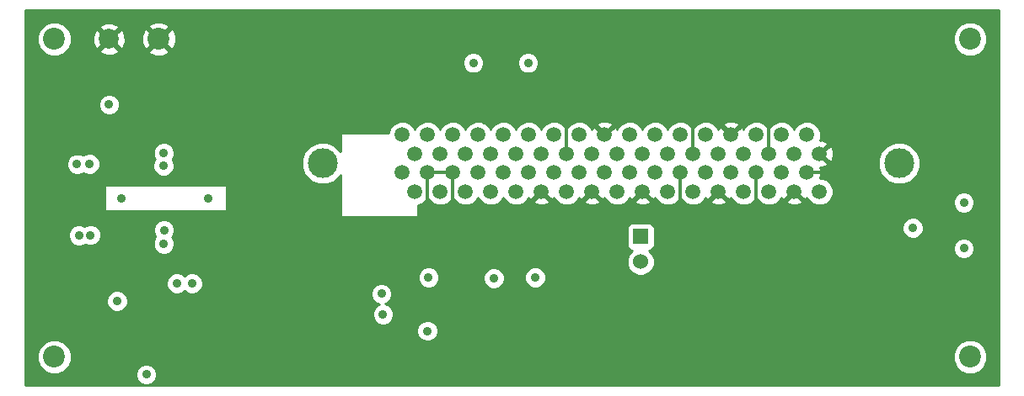
<source format=gbr>
G04 (created by PCBNEW (2013-jul-07)-stable) date Fri 02 May 2014 03:08:32 PM CDT*
%MOIN*%
G04 Gerber Fmt 3.4, Leading zero omitted, Abs format*
%FSLAX34Y34*%
G01*
G70*
G90*
G04 APERTURE LIST*
%ADD10C,0.00590551*%
%ADD11C,0.0590551*%
%ADD12C,0.11811*%
%ADD13R,0.06X0.06*%
%ADD14C,0.06*%
%ADD15C,0.0787402*%
%ADD16C,0.0866142*%
%ADD17C,0.035*%
%ADD18C,0.011811*%
%ADD19C,0.01*%
G04 APERTURE END LIST*
G54D10*
G54D11*
X51525Y-29750D03*
X51525Y-31250D03*
X51025Y-29000D03*
X51025Y-30500D03*
X50525Y-29750D03*
X50525Y-31250D03*
X50025Y-29000D03*
X50025Y-30500D03*
X49525Y-29750D03*
X49525Y-31250D03*
X49025Y-29000D03*
X49025Y-30500D03*
X48525Y-29750D03*
X48525Y-31250D03*
X48025Y-29000D03*
X48025Y-30500D03*
X47525Y-29750D03*
X47525Y-31250D03*
X47025Y-29000D03*
X47025Y-30500D03*
X46525Y-29750D03*
X46525Y-31250D03*
X46025Y-29000D03*
X46025Y-30500D03*
X45525Y-29750D03*
X45525Y-31250D03*
X45025Y-29000D03*
X45025Y-30500D03*
X44525Y-29750D03*
X44525Y-31250D03*
X44025Y-29000D03*
X44025Y-30500D03*
X43525Y-29750D03*
X43525Y-31250D03*
X43025Y-29000D03*
X43025Y-30500D03*
X42525Y-29750D03*
X42525Y-31250D03*
X42025Y-29000D03*
X42025Y-30500D03*
X41525Y-29750D03*
X41525Y-31250D03*
X41025Y-29000D03*
X41025Y-30500D03*
X40525Y-29750D03*
X40525Y-31250D03*
X40025Y-29000D03*
X40025Y-30500D03*
X39525Y-29750D03*
X39525Y-31250D03*
X39025Y-29000D03*
X39025Y-30500D03*
X38525Y-29750D03*
X38525Y-31250D03*
X38025Y-29000D03*
X38025Y-30500D03*
X37525Y-29750D03*
X37525Y-31250D03*
X37025Y-29000D03*
X37025Y-30500D03*
X36525Y-29750D03*
X36525Y-31250D03*
X36025Y-29000D03*
X36025Y-30500D03*
X35525Y-29750D03*
X35525Y-31250D03*
X35025Y-29000D03*
X35025Y-30500D03*
G54D12*
X31875Y-30125D03*
X54675Y-30125D03*
G54D13*
X44450Y-33030D03*
G54D14*
X44450Y-34030D03*
G54D15*
X23425Y-25196D03*
G54D16*
X25393Y-25196D03*
X57480Y-25196D03*
X57480Y-37795D03*
X21259Y-37795D03*
X21259Y-25196D03*
G54D17*
X26110Y-34890D03*
X55220Y-32690D03*
X40280Y-34650D03*
X37834Y-26141D03*
X36060Y-34650D03*
X38640Y-34680D03*
X34260Y-36110D03*
X34200Y-35300D03*
X37874Y-36181D03*
X54881Y-33661D03*
X52440Y-34488D03*
X52440Y-33700D03*
X55905Y-37992D03*
X55393Y-37992D03*
X54921Y-37992D03*
X54370Y-37992D03*
X26850Y-38031D03*
X24921Y-35000D03*
X23897Y-33779D03*
X23503Y-33779D03*
X23110Y-33779D03*
X22677Y-33779D03*
X22677Y-31771D03*
X22125Y-31771D03*
X22637Y-31259D03*
X22125Y-31259D03*
X23976Y-29173D03*
X23543Y-29173D03*
X23110Y-29173D03*
X22677Y-29173D03*
X25629Y-27716D03*
X23900Y-31510D03*
X27360Y-31510D03*
X57230Y-31680D03*
X57230Y-33500D03*
X24900Y-38500D03*
X40000Y-26141D03*
X36020Y-36770D03*
X26710Y-34890D03*
X23425Y-27795D03*
X25590Y-29720D03*
X25580Y-30220D03*
X22650Y-30150D03*
X22160Y-30160D03*
X23740Y-35590D03*
X25590Y-33310D03*
X25600Y-32770D03*
X22230Y-32980D03*
X22690Y-32970D03*
G54D18*
X51025Y-30500D02*
X51783Y-30500D01*
X51783Y-30500D02*
X51811Y-30472D01*
X49525Y-29750D02*
X49525Y-28703D01*
X49525Y-28703D02*
X49566Y-28661D01*
X49025Y-30500D02*
X49025Y-31820D01*
X49025Y-31820D02*
X49212Y-32007D01*
X46525Y-29750D02*
X46525Y-28099D01*
X46525Y-28099D02*
X46496Y-28070D01*
X46025Y-30500D02*
X46025Y-31770D01*
X46025Y-31770D02*
X46023Y-31771D01*
X41525Y-29750D02*
X41525Y-28493D01*
X41525Y-28493D02*
X41456Y-28425D01*
X37025Y-30500D02*
X37025Y-31946D01*
X37025Y-31946D02*
X37047Y-31968D01*
X36025Y-30500D02*
X36025Y-31730D01*
X36025Y-31730D02*
X35984Y-31771D01*
X36025Y-30500D02*
X37025Y-30500D01*
G54D10*
G36*
X36101Y-30505D02*
X36030Y-30576D01*
X36025Y-30570D01*
X36019Y-30576D01*
X35948Y-30505D01*
X35954Y-30500D01*
X35948Y-30494D01*
X36019Y-30423D01*
X36025Y-30429D01*
X36030Y-30423D01*
X36101Y-30494D01*
X36095Y-30500D01*
X36101Y-30505D01*
X36101Y-30505D01*
G37*
G54D19*
X36101Y-30505D02*
X36030Y-30576D01*
X36025Y-30570D01*
X36019Y-30576D01*
X35948Y-30505D01*
X35954Y-30500D01*
X35948Y-30494D01*
X36019Y-30423D01*
X36025Y-30429D01*
X36030Y-30423D01*
X36101Y-30494D01*
X36095Y-30500D01*
X36101Y-30505D01*
G54D10*
G36*
X37101Y-30505D02*
X37030Y-30576D01*
X37025Y-30570D01*
X37019Y-30576D01*
X36948Y-30505D01*
X36954Y-30500D01*
X36948Y-30494D01*
X37019Y-30423D01*
X37025Y-30429D01*
X37030Y-30423D01*
X37101Y-30494D01*
X37095Y-30500D01*
X37101Y-30505D01*
X37101Y-30505D01*
G37*
G54D19*
X37101Y-30505D02*
X37030Y-30576D01*
X37025Y-30570D01*
X37019Y-30576D01*
X36948Y-30505D01*
X36954Y-30500D01*
X36948Y-30494D01*
X37019Y-30423D01*
X37025Y-30429D01*
X37030Y-30423D01*
X37101Y-30494D01*
X37095Y-30500D01*
X37101Y-30505D01*
G54D10*
G36*
X41601Y-29755D02*
X41530Y-29826D01*
X41525Y-29820D01*
X41519Y-29826D01*
X41448Y-29755D01*
X41454Y-29750D01*
X41448Y-29744D01*
X41519Y-29673D01*
X41525Y-29679D01*
X41530Y-29673D01*
X41601Y-29744D01*
X41595Y-29750D01*
X41601Y-29755D01*
X41601Y-29755D01*
G37*
G54D19*
X41601Y-29755D02*
X41530Y-29826D01*
X41525Y-29820D01*
X41519Y-29826D01*
X41448Y-29755D01*
X41454Y-29750D01*
X41448Y-29744D01*
X41519Y-29673D01*
X41525Y-29679D01*
X41530Y-29673D01*
X41601Y-29744D01*
X41595Y-29750D01*
X41601Y-29755D01*
G54D10*
G36*
X46101Y-30505D02*
X46030Y-30576D01*
X46025Y-30570D01*
X46019Y-30576D01*
X45948Y-30505D01*
X45954Y-30500D01*
X45948Y-30494D01*
X46019Y-30423D01*
X46025Y-30429D01*
X46030Y-30423D01*
X46101Y-30494D01*
X46095Y-30500D01*
X46101Y-30505D01*
X46101Y-30505D01*
G37*
G54D19*
X46101Y-30505D02*
X46030Y-30576D01*
X46025Y-30570D01*
X46019Y-30576D01*
X45948Y-30505D01*
X45954Y-30500D01*
X45948Y-30494D01*
X46019Y-30423D01*
X46025Y-30429D01*
X46030Y-30423D01*
X46101Y-30494D01*
X46095Y-30500D01*
X46101Y-30505D01*
G54D10*
G36*
X46601Y-29755D02*
X46530Y-29826D01*
X46525Y-29820D01*
X46519Y-29826D01*
X46448Y-29755D01*
X46454Y-29750D01*
X46448Y-29744D01*
X46519Y-29673D01*
X46525Y-29679D01*
X46530Y-29673D01*
X46601Y-29744D01*
X46595Y-29750D01*
X46601Y-29755D01*
X46601Y-29755D01*
G37*
G54D19*
X46601Y-29755D02*
X46530Y-29826D01*
X46525Y-29820D01*
X46519Y-29826D01*
X46448Y-29755D01*
X46454Y-29750D01*
X46448Y-29744D01*
X46519Y-29673D01*
X46525Y-29679D01*
X46530Y-29673D01*
X46601Y-29744D01*
X46595Y-29750D01*
X46601Y-29755D01*
G54D10*
G36*
X49101Y-30505D02*
X49030Y-30576D01*
X49025Y-30570D01*
X49019Y-30576D01*
X48948Y-30505D01*
X48954Y-30500D01*
X48948Y-30494D01*
X49019Y-30423D01*
X49025Y-30429D01*
X49030Y-30423D01*
X49101Y-30494D01*
X49095Y-30500D01*
X49101Y-30505D01*
X49101Y-30505D01*
G37*
G54D19*
X49101Y-30505D02*
X49030Y-30576D01*
X49025Y-30570D01*
X49019Y-30576D01*
X48948Y-30505D01*
X48954Y-30500D01*
X48948Y-30494D01*
X49019Y-30423D01*
X49025Y-30429D01*
X49030Y-30423D01*
X49101Y-30494D01*
X49095Y-30500D01*
X49101Y-30505D01*
G54D10*
G36*
X49601Y-29755D02*
X49530Y-29826D01*
X49525Y-29820D01*
X49519Y-29826D01*
X49448Y-29755D01*
X49454Y-29750D01*
X49448Y-29744D01*
X49519Y-29673D01*
X49525Y-29679D01*
X49530Y-29673D01*
X49601Y-29744D01*
X49595Y-29750D01*
X49601Y-29755D01*
X49601Y-29755D01*
G37*
G54D19*
X49601Y-29755D02*
X49530Y-29826D01*
X49525Y-29820D01*
X49519Y-29826D01*
X49448Y-29755D01*
X49454Y-29750D01*
X49448Y-29744D01*
X49519Y-29673D01*
X49525Y-29679D01*
X49530Y-29673D01*
X49601Y-29744D01*
X49595Y-29750D01*
X49601Y-29755D01*
G54D10*
G36*
X51101Y-30505D02*
X51030Y-30576D01*
X51025Y-30570D01*
X51019Y-30576D01*
X50948Y-30505D01*
X50954Y-30500D01*
X50948Y-30494D01*
X51019Y-30423D01*
X51025Y-30429D01*
X51030Y-30423D01*
X51101Y-30494D01*
X51095Y-30500D01*
X51101Y-30505D01*
X51101Y-30505D01*
G37*
G54D19*
X51101Y-30505D02*
X51030Y-30576D01*
X51025Y-30570D01*
X51019Y-30576D01*
X50948Y-30505D01*
X50954Y-30500D01*
X50948Y-30494D01*
X51019Y-30423D01*
X51025Y-30429D01*
X51030Y-30423D01*
X51101Y-30494D01*
X51095Y-30500D01*
X51101Y-30505D01*
G54D10*
G36*
X58611Y-38926D02*
X58163Y-38926D01*
X58163Y-37660D01*
X58163Y-25061D01*
X58059Y-24810D01*
X57867Y-24618D01*
X57616Y-24513D01*
X57345Y-24513D01*
X57093Y-24617D01*
X56901Y-24809D01*
X56797Y-25060D01*
X56797Y-25332D01*
X56900Y-25583D01*
X57092Y-25775D01*
X57343Y-25879D01*
X57615Y-25880D01*
X57866Y-25776D01*
X58059Y-25584D01*
X58163Y-25333D01*
X58163Y-25061D01*
X58163Y-37660D01*
X58059Y-37408D01*
X57867Y-37216D01*
X57655Y-37128D01*
X57655Y-33415D01*
X57655Y-31595D01*
X57590Y-31439D01*
X57471Y-31319D01*
X57314Y-31255D01*
X57145Y-31254D01*
X56989Y-31319D01*
X56869Y-31438D01*
X56805Y-31595D01*
X56804Y-31764D01*
X56869Y-31920D01*
X56988Y-32040D01*
X57145Y-32104D01*
X57314Y-32105D01*
X57470Y-32040D01*
X57590Y-31921D01*
X57654Y-31764D01*
X57655Y-31595D01*
X57655Y-33415D01*
X57590Y-33259D01*
X57471Y-33139D01*
X57314Y-33075D01*
X57145Y-33074D01*
X56989Y-33139D01*
X56869Y-33258D01*
X56805Y-33415D01*
X56804Y-33584D01*
X56869Y-33740D01*
X56988Y-33860D01*
X57145Y-33924D01*
X57314Y-33925D01*
X57470Y-33860D01*
X57590Y-33741D01*
X57654Y-33584D01*
X57655Y-33415D01*
X57655Y-37128D01*
X57616Y-37112D01*
X57345Y-37112D01*
X57093Y-37215D01*
X56901Y-37407D01*
X56797Y-37658D01*
X56797Y-37930D01*
X56900Y-38181D01*
X57092Y-38374D01*
X57343Y-38478D01*
X57615Y-38478D01*
X57866Y-38374D01*
X58059Y-38182D01*
X58163Y-37931D01*
X58163Y-37660D01*
X58163Y-38926D01*
X55645Y-38926D01*
X55645Y-32605D01*
X55580Y-32449D01*
X55515Y-32384D01*
X55515Y-29958D01*
X55388Y-29649D01*
X55151Y-29412D01*
X54842Y-29284D01*
X54508Y-29284D01*
X54199Y-29412D01*
X53962Y-29648D01*
X53834Y-29957D01*
X53834Y-30291D01*
X53962Y-30600D01*
X54198Y-30837D01*
X54507Y-30965D01*
X54841Y-30965D01*
X55150Y-30838D01*
X55387Y-30601D01*
X55515Y-30292D01*
X55515Y-29958D01*
X55515Y-32384D01*
X55461Y-32329D01*
X55304Y-32265D01*
X55135Y-32264D01*
X54979Y-32329D01*
X54859Y-32448D01*
X54795Y-32605D01*
X54794Y-32774D01*
X54859Y-32930D01*
X54978Y-33050D01*
X55135Y-33114D01*
X55304Y-33115D01*
X55460Y-33050D01*
X55580Y-32931D01*
X55644Y-32774D01*
X55645Y-32605D01*
X55645Y-38926D01*
X52075Y-38926D01*
X52075Y-29830D01*
X52064Y-29613D01*
X52002Y-29464D01*
X51907Y-29438D01*
X51595Y-29750D01*
X51907Y-30061D01*
X52002Y-30035D01*
X52075Y-29830D01*
X52075Y-38926D01*
X52070Y-38926D01*
X52070Y-31142D01*
X51987Y-30941D01*
X51834Y-30788D01*
X51633Y-30704D01*
X51530Y-30704D01*
X51575Y-30580D01*
X51564Y-30363D01*
X51535Y-30295D01*
X51661Y-30289D01*
X51810Y-30227D01*
X51836Y-30132D01*
X51525Y-29820D01*
X51519Y-29826D01*
X51448Y-29755D01*
X51454Y-29750D01*
X51448Y-29744D01*
X51519Y-29673D01*
X51525Y-29679D01*
X51836Y-29367D01*
X51810Y-29272D01*
X51605Y-29199D01*
X51530Y-29203D01*
X51570Y-29108D01*
X51570Y-28892D01*
X51487Y-28691D01*
X51334Y-28538D01*
X51133Y-28454D01*
X50917Y-28454D01*
X50716Y-28537D01*
X50563Y-28690D01*
X50525Y-28782D01*
X50487Y-28691D01*
X50334Y-28538D01*
X50133Y-28454D01*
X49917Y-28454D01*
X49716Y-28537D01*
X49563Y-28690D01*
X49525Y-28782D01*
X49487Y-28691D01*
X49334Y-28538D01*
X49133Y-28454D01*
X48917Y-28454D01*
X48716Y-28537D01*
X48563Y-28690D01*
X48527Y-28775D01*
X48502Y-28714D01*
X48407Y-28688D01*
X48336Y-28758D01*
X48336Y-28617D01*
X48310Y-28522D01*
X48105Y-28449D01*
X47888Y-28460D01*
X47739Y-28522D01*
X47713Y-28617D01*
X48025Y-28929D01*
X48336Y-28617D01*
X48336Y-28758D01*
X48095Y-29000D01*
X48101Y-29005D01*
X48030Y-29076D01*
X48025Y-29070D01*
X48019Y-29076D01*
X47948Y-29005D01*
X47954Y-29000D01*
X47642Y-28688D01*
X47547Y-28714D01*
X47524Y-28780D01*
X47487Y-28691D01*
X47334Y-28538D01*
X47133Y-28454D01*
X46917Y-28454D01*
X46716Y-28537D01*
X46563Y-28690D01*
X46525Y-28782D01*
X46487Y-28691D01*
X46334Y-28538D01*
X46133Y-28454D01*
X45917Y-28454D01*
X45716Y-28537D01*
X45563Y-28690D01*
X45525Y-28782D01*
X45487Y-28691D01*
X45334Y-28538D01*
X45133Y-28454D01*
X44917Y-28454D01*
X44716Y-28537D01*
X44563Y-28690D01*
X44525Y-28782D01*
X44487Y-28691D01*
X44334Y-28538D01*
X44133Y-28454D01*
X43917Y-28454D01*
X43716Y-28537D01*
X43563Y-28690D01*
X43527Y-28775D01*
X43502Y-28714D01*
X43407Y-28688D01*
X43336Y-28758D01*
X43336Y-28617D01*
X43310Y-28522D01*
X43105Y-28449D01*
X42888Y-28460D01*
X42739Y-28522D01*
X42713Y-28617D01*
X43025Y-28929D01*
X43336Y-28617D01*
X43336Y-28758D01*
X43095Y-29000D01*
X43101Y-29005D01*
X43030Y-29076D01*
X43025Y-29070D01*
X43019Y-29076D01*
X42948Y-29005D01*
X42954Y-29000D01*
X42642Y-28688D01*
X42547Y-28714D01*
X42524Y-28780D01*
X42487Y-28691D01*
X42334Y-28538D01*
X42133Y-28454D01*
X41917Y-28454D01*
X41716Y-28537D01*
X41563Y-28690D01*
X41525Y-28782D01*
X41487Y-28691D01*
X41334Y-28538D01*
X41133Y-28454D01*
X40917Y-28454D01*
X40716Y-28537D01*
X40563Y-28690D01*
X40525Y-28782D01*
X40487Y-28691D01*
X40425Y-28628D01*
X40425Y-26057D01*
X40360Y-25901D01*
X40241Y-25781D01*
X40084Y-25716D01*
X39915Y-25716D01*
X39759Y-25781D01*
X39639Y-25900D01*
X39575Y-26056D01*
X39574Y-26225D01*
X39639Y-26382D01*
X39758Y-26501D01*
X39915Y-26566D01*
X40084Y-26566D01*
X40240Y-26502D01*
X40360Y-26382D01*
X40424Y-26226D01*
X40425Y-26057D01*
X40425Y-28628D01*
X40334Y-28538D01*
X40133Y-28454D01*
X39917Y-28454D01*
X39716Y-28537D01*
X39563Y-28690D01*
X39525Y-28782D01*
X39487Y-28691D01*
X39334Y-28538D01*
X39133Y-28454D01*
X38917Y-28454D01*
X38716Y-28537D01*
X38563Y-28690D01*
X38525Y-28782D01*
X38487Y-28691D01*
X38334Y-28538D01*
X38259Y-28507D01*
X38259Y-26057D01*
X38195Y-25901D01*
X38075Y-25781D01*
X37919Y-25716D01*
X37750Y-25716D01*
X37594Y-25781D01*
X37474Y-25900D01*
X37409Y-26056D01*
X37409Y-26225D01*
X37474Y-26382D01*
X37593Y-26501D01*
X37749Y-26566D01*
X37918Y-26566D01*
X38075Y-26502D01*
X38194Y-26382D01*
X38259Y-26226D01*
X38259Y-26057D01*
X38259Y-28507D01*
X38133Y-28454D01*
X37917Y-28454D01*
X37716Y-28537D01*
X37563Y-28690D01*
X37525Y-28782D01*
X37487Y-28691D01*
X37334Y-28538D01*
X37133Y-28454D01*
X36917Y-28454D01*
X36716Y-28537D01*
X36563Y-28690D01*
X36525Y-28782D01*
X36487Y-28691D01*
X36334Y-28538D01*
X36133Y-28454D01*
X35917Y-28454D01*
X35716Y-28537D01*
X35563Y-28690D01*
X35525Y-28782D01*
X35487Y-28691D01*
X35334Y-28538D01*
X35133Y-28454D01*
X34917Y-28454D01*
X34716Y-28537D01*
X34563Y-28690D01*
X34479Y-28891D01*
X34479Y-28926D01*
X32587Y-28926D01*
X32587Y-29649D01*
X32351Y-29412D01*
X32042Y-29284D01*
X31708Y-29284D01*
X31399Y-29412D01*
X31162Y-29648D01*
X31034Y-29957D01*
X31034Y-30291D01*
X31162Y-30600D01*
X31398Y-30837D01*
X31707Y-30965D01*
X32041Y-30965D01*
X32350Y-30838D01*
X32587Y-30601D01*
X32587Y-30600D01*
X32587Y-32254D01*
X35641Y-32254D01*
X35635Y-31794D01*
X35833Y-31712D01*
X35986Y-31559D01*
X36024Y-31467D01*
X36062Y-31558D01*
X36215Y-31711D01*
X36416Y-31795D01*
X36632Y-31795D01*
X36833Y-31712D01*
X36986Y-31559D01*
X37024Y-31467D01*
X37062Y-31558D01*
X37215Y-31711D01*
X37416Y-31795D01*
X37632Y-31795D01*
X37833Y-31712D01*
X37986Y-31559D01*
X38024Y-31467D01*
X38062Y-31558D01*
X38215Y-31711D01*
X38416Y-31795D01*
X38632Y-31795D01*
X38833Y-31712D01*
X38986Y-31559D01*
X39024Y-31467D01*
X39062Y-31558D01*
X39215Y-31711D01*
X39416Y-31795D01*
X39632Y-31795D01*
X39833Y-31712D01*
X39986Y-31559D01*
X40022Y-31474D01*
X40047Y-31535D01*
X40142Y-31561D01*
X40454Y-31250D01*
X40448Y-31244D01*
X40519Y-31173D01*
X40525Y-31179D01*
X40530Y-31173D01*
X40601Y-31244D01*
X40595Y-31250D01*
X40907Y-31561D01*
X41002Y-31535D01*
X41025Y-31469D01*
X41062Y-31558D01*
X41215Y-31711D01*
X41416Y-31795D01*
X41632Y-31795D01*
X41833Y-31712D01*
X41986Y-31559D01*
X42022Y-31474D01*
X42047Y-31535D01*
X42142Y-31561D01*
X42454Y-31250D01*
X42448Y-31244D01*
X42519Y-31173D01*
X42525Y-31179D01*
X42530Y-31173D01*
X42601Y-31244D01*
X42595Y-31250D01*
X42907Y-31561D01*
X43002Y-31535D01*
X43025Y-31469D01*
X43062Y-31558D01*
X43215Y-31711D01*
X43416Y-31795D01*
X43632Y-31795D01*
X43833Y-31712D01*
X43986Y-31559D01*
X44022Y-31474D01*
X44047Y-31535D01*
X44142Y-31561D01*
X44454Y-31250D01*
X44448Y-31244D01*
X44519Y-31173D01*
X44525Y-31179D01*
X44530Y-31173D01*
X44601Y-31244D01*
X44595Y-31250D01*
X44907Y-31561D01*
X45002Y-31535D01*
X45025Y-31469D01*
X45062Y-31558D01*
X45215Y-31711D01*
X45416Y-31795D01*
X45632Y-31795D01*
X45833Y-31712D01*
X45986Y-31559D01*
X46024Y-31467D01*
X46062Y-31558D01*
X46215Y-31711D01*
X46416Y-31795D01*
X46632Y-31795D01*
X46833Y-31712D01*
X46986Y-31559D01*
X47022Y-31474D01*
X47047Y-31535D01*
X47142Y-31561D01*
X47454Y-31250D01*
X47448Y-31244D01*
X47519Y-31173D01*
X47525Y-31179D01*
X47530Y-31173D01*
X47601Y-31244D01*
X47595Y-31250D01*
X47907Y-31561D01*
X48002Y-31535D01*
X48025Y-31469D01*
X48062Y-31558D01*
X48215Y-31711D01*
X48416Y-31795D01*
X48632Y-31795D01*
X48833Y-31712D01*
X48986Y-31559D01*
X49024Y-31467D01*
X49062Y-31558D01*
X49215Y-31711D01*
X49416Y-31795D01*
X49632Y-31795D01*
X49833Y-31712D01*
X49986Y-31559D01*
X50022Y-31474D01*
X50047Y-31535D01*
X50142Y-31561D01*
X50454Y-31250D01*
X50448Y-31244D01*
X50519Y-31173D01*
X50525Y-31179D01*
X50530Y-31173D01*
X50601Y-31244D01*
X50595Y-31250D01*
X50907Y-31561D01*
X51002Y-31535D01*
X51025Y-31469D01*
X51062Y-31558D01*
X51215Y-31711D01*
X51416Y-31795D01*
X51632Y-31795D01*
X51833Y-31712D01*
X51986Y-31559D01*
X52070Y-31358D01*
X52070Y-31142D01*
X52070Y-38926D01*
X50836Y-38926D01*
X50836Y-31632D01*
X50525Y-31320D01*
X50213Y-31632D01*
X50239Y-31727D01*
X50444Y-31800D01*
X50661Y-31789D01*
X50810Y-31727D01*
X50836Y-31632D01*
X50836Y-38926D01*
X47836Y-38926D01*
X47836Y-31632D01*
X47525Y-31320D01*
X47213Y-31632D01*
X47239Y-31727D01*
X47444Y-31800D01*
X47661Y-31789D01*
X47810Y-31727D01*
X47836Y-31632D01*
X47836Y-38926D01*
X45000Y-38926D01*
X45000Y-33921D01*
X44916Y-33718D01*
X44777Y-33580D01*
X44799Y-33580D01*
X44891Y-33542D01*
X44961Y-33471D01*
X44999Y-33379D01*
X45000Y-33280D01*
X45000Y-32680D01*
X44962Y-32588D01*
X44891Y-32518D01*
X44836Y-32495D01*
X44836Y-31632D01*
X44525Y-31320D01*
X44213Y-31632D01*
X44239Y-31727D01*
X44444Y-31800D01*
X44661Y-31789D01*
X44810Y-31727D01*
X44836Y-31632D01*
X44836Y-32495D01*
X44799Y-32480D01*
X44700Y-32479D01*
X44100Y-32479D01*
X44008Y-32517D01*
X43938Y-32588D01*
X43900Y-32680D01*
X43899Y-32779D01*
X43899Y-33379D01*
X43937Y-33471D01*
X44008Y-33541D01*
X44100Y-33579D01*
X44122Y-33579D01*
X43984Y-33718D01*
X43900Y-33920D01*
X43899Y-34138D01*
X43983Y-34341D01*
X44138Y-34495D01*
X44340Y-34579D01*
X44558Y-34580D01*
X44761Y-34496D01*
X44915Y-34341D01*
X44999Y-34139D01*
X45000Y-33921D01*
X45000Y-38926D01*
X42836Y-38926D01*
X42836Y-31632D01*
X42525Y-31320D01*
X42213Y-31632D01*
X42239Y-31727D01*
X42444Y-31800D01*
X42661Y-31789D01*
X42810Y-31727D01*
X42836Y-31632D01*
X42836Y-38926D01*
X40836Y-38926D01*
X40836Y-31632D01*
X40525Y-31320D01*
X40213Y-31632D01*
X40239Y-31727D01*
X40444Y-31800D01*
X40661Y-31789D01*
X40810Y-31727D01*
X40836Y-31632D01*
X40836Y-38926D01*
X40705Y-38926D01*
X40705Y-34565D01*
X40640Y-34409D01*
X40521Y-34289D01*
X40364Y-34225D01*
X40195Y-34224D01*
X40039Y-34289D01*
X39919Y-34408D01*
X39855Y-34565D01*
X39854Y-34734D01*
X39919Y-34890D01*
X40038Y-35010D01*
X40195Y-35074D01*
X40364Y-35075D01*
X40520Y-35010D01*
X40640Y-34891D01*
X40704Y-34734D01*
X40705Y-34565D01*
X40705Y-38926D01*
X39065Y-38926D01*
X39065Y-34595D01*
X39000Y-34439D01*
X38881Y-34319D01*
X38724Y-34255D01*
X38555Y-34254D01*
X38399Y-34319D01*
X38279Y-34438D01*
X38215Y-34595D01*
X38214Y-34764D01*
X38279Y-34920D01*
X38398Y-35040D01*
X38555Y-35104D01*
X38724Y-35105D01*
X38880Y-35040D01*
X39000Y-34921D01*
X39064Y-34764D01*
X39065Y-34595D01*
X39065Y-38926D01*
X36485Y-38926D01*
X36485Y-34565D01*
X36420Y-34409D01*
X36301Y-34289D01*
X36144Y-34225D01*
X35975Y-34224D01*
X35819Y-34289D01*
X35699Y-34408D01*
X35635Y-34565D01*
X35634Y-34734D01*
X35699Y-34890D01*
X35818Y-35010D01*
X35975Y-35074D01*
X36144Y-35075D01*
X36300Y-35010D01*
X36420Y-34891D01*
X36484Y-34734D01*
X36485Y-34565D01*
X36485Y-38926D01*
X36445Y-38926D01*
X36445Y-36685D01*
X36380Y-36529D01*
X36261Y-36409D01*
X36104Y-36345D01*
X35935Y-36344D01*
X35779Y-36409D01*
X35659Y-36528D01*
X35595Y-36685D01*
X35594Y-36854D01*
X35659Y-37010D01*
X35778Y-37130D01*
X35935Y-37194D01*
X36104Y-37195D01*
X36260Y-37130D01*
X36380Y-37011D01*
X36444Y-36854D01*
X36445Y-36685D01*
X36445Y-38926D01*
X34685Y-38926D01*
X34685Y-36025D01*
X34620Y-35869D01*
X34501Y-35749D01*
X34362Y-35692D01*
X34440Y-35660D01*
X34560Y-35541D01*
X34624Y-35384D01*
X34625Y-35215D01*
X34560Y-35059D01*
X34441Y-34939D01*
X34284Y-34875D01*
X34115Y-34874D01*
X33959Y-34939D01*
X33839Y-35058D01*
X33775Y-35215D01*
X33774Y-35384D01*
X33839Y-35540D01*
X33958Y-35660D01*
X34097Y-35717D01*
X34019Y-35749D01*
X33899Y-35868D01*
X33835Y-36025D01*
X33834Y-36194D01*
X33899Y-36350D01*
X34018Y-36470D01*
X34175Y-36534D01*
X34344Y-36535D01*
X34500Y-36470D01*
X34620Y-36351D01*
X34684Y-36194D01*
X34685Y-36025D01*
X34685Y-38926D01*
X28081Y-38926D01*
X28081Y-32018D01*
X28081Y-30973D01*
X26080Y-30973D01*
X26080Y-25310D01*
X26071Y-25038D01*
X25985Y-24828D01*
X25875Y-24785D01*
X25805Y-24856D01*
X25805Y-24714D01*
X25761Y-24605D01*
X25507Y-24509D01*
X25235Y-24518D01*
X25025Y-24605D01*
X24982Y-24714D01*
X25393Y-25126D01*
X25805Y-24714D01*
X25805Y-24856D01*
X25464Y-25196D01*
X25875Y-25608D01*
X25985Y-25564D01*
X26080Y-25310D01*
X26080Y-30973D01*
X26015Y-30973D01*
X26015Y-29635D01*
X25950Y-29479D01*
X25831Y-29359D01*
X25805Y-29349D01*
X25805Y-25679D01*
X25393Y-25267D01*
X25322Y-25338D01*
X25322Y-25196D01*
X24911Y-24785D01*
X24802Y-24828D01*
X24706Y-25083D01*
X24715Y-25354D01*
X24802Y-25564D01*
X24911Y-25608D01*
X25322Y-25196D01*
X25322Y-25338D01*
X24982Y-25679D01*
X25025Y-25788D01*
X25280Y-25883D01*
X25551Y-25875D01*
X25761Y-25788D01*
X25805Y-25679D01*
X25805Y-29349D01*
X25674Y-29295D01*
X25505Y-29294D01*
X25349Y-29359D01*
X25229Y-29478D01*
X25165Y-29635D01*
X25164Y-29804D01*
X25229Y-29960D01*
X25233Y-29964D01*
X25219Y-29978D01*
X25155Y-30135D01*
X25154Y-30304D01*
X25219Y-30460D01*
X25338Y-30580D01*
X25495Y-30644D01*
X25664Y-30645D01*
X25820Y-30580D01*
X25940Y-30461D01*
X26004Y-30304D01*
X26005Y-30135D01*
X25940Y-29979D01*
X25936Y-29975D01*
X25950Y-29961D01*
X26014Y-29804D01*
X26015Y-29635D01*
X26015Y-30973D01*
X24073Y-30973D01*
X24073Y-25300D01*
X24063Y-25045D01*
X23984Y-24852D01*
X23878Y-24813D01*
X23808Y-24884D01*
X23808Y-24743D01*
X23769Y-24638D01*
X23529Y-24548D01*
X23273Y-24558D01*
X23080Y-24638D01*
X23042Y-24743D01*
X23425Y-25126D01*
X23808Y-24743D01*
X23808Y-24884D01*
X23495Y-25196D01*
X23878Y-25579D01*
X23984Y-25541D01*
X24073Y-25300D01*
X24073Y-30973D01*
X23850Y-30973D01*
X23850Y-27711D01*
X23808Y-27609D01*
X23808Y-25650D01*
X23425Y-25267D01*
X23354Y-25338D01*
X23354Y-25196D01*
X22971Y-24813D01*
X22866Y-24852D01*
X22777Y-25092D01*
X22786Y-25348D01*
X22866Y-25541D01*
X22971Y-25579D01*
X23354Y-25196D01*
X23354Y-25338D01*
X23042Y-25650D01*
X23080Y-25755D01*
X23321Y-25844D01*
X23576Y-25835D01*
X23769Y-25755D01*
X23808Y-25650D01*
X23808Y-27609D01*
X23785Y-27554D01*
X23666Y-27435D01*
X23510Y-27370D01*
X23341Y-27370D01*
X23184Y-27434D01*
X23065Y-27554D01*
X23000Y-27710D01*
X23000Y-27879D01*
X23064Y-28035D01*
X23184Y-28155D01*
X23340Y-28220D01*
X23509Y-28220D01*
X23665Y-28155D01*
X23785Y-28036D01*
X23850Y-27880D01*
X23850Y-27711D01*
X23850Y-30973D01*
X23257Y-30973D01*
X23257Y-32018D01*
X28081Y-32018D01*
X28081Y-38926D01*
X27135Y-38926D01*
X27135Y-34805D01*
X27070Y-34649D01*
X26951Y-34529D01*
X26794Y-34465D01*
X26625Y-34464D01*
X26469Y-34529D01*
X26410Y-34588D01*
X26351Y-34529D01*
X26194Y-34465D01*
X26025Y-34464D01*
X26025Y-34465D01*
X26025Y-32685D01*
X25960Y-32529D01*
X25841Y-32409D01*
X25684Y-32345D01*
X25515Y-32344D01*
X25359Y-32409D01*
X25239Y-32528D01*
X25175Y-32685D01*
X25174Y-32854D01*
X25239Y-33010D01*
X25263Y-33034D01*
X25229Y-33068D01*
X25165Y-33225D01*
X25164Y-33394D01*
X25229Y-33550D01*
X25348Y-33670D01*
X25505Y-33734D01*
X25674Y-33735D01*
X25830Y-33670D01*
X25950Y-33551D01*
X26014Y-33394D01*
X26015Y-33225D01*
X25950Y-33069D01*
X25926Y-33045D01*
X25960Y-33011D01*
X26024Y-32854D01*
X26025Y-32685D01*
X26025Y-34465D01*
X25869Y-34529D01*
X25749Y-34648D01*
X25685Y-34805D01*
X25684Y-34974D01*
X25749Y-35130D01*
X25868Y-35250D01*
X26025Y-35314D01*
X26194Y-35315D01*
X26350Y-35250D01*
X26409Y-35191D01*
X26468Y-35250D01*
X26625Y-35314D01*
X26794Y-35315D01*
X26950Y-35250D01*
X27070Y-35131D01*
X27134Y-34974D01*
X27135Y-34805D01*
X27135Y-38926D01*
X25325Y-38926D01*
X25325Y-38415D01*
X25260Y-38259D01*
X25141Y-38139D01*
X24984Y-38075D01*
X24815Y-38074D01*
X24659Y-38139D01*
X24539Y-38258D01*
X24475Y-38415D01*
X24474Y-38584D01*
X24539Y-38740D01*
X24658Y-38860D01*
X24815Y-38924D01*
X24984Y-38925D01*
X25140Y-38860D01*
X25260Y-38741D01*
X25324Y-38584D01*
X25325Y-38415D01*
X25325Y-38926D01*
X24165Y-38926D01*
X24165Y-35506D01*
X24100Y-35350D01*
X23981Y-35230D01*
X23825Y-35165D01*
X23655Y-35165D01*
X23499Y-35230D01*
X23380Y-35349D01*
X23315Y-35505D01*
X23315Y-35674D01*
X23379Y-35830D01*
X23499Y-35950D01*
X23655Y-36015D01*
X23824Y-36015D01*
X23980Y-35951D01*
X24100Y-35831D01*
X24165Y-35675D01*
X24165Y-35506D01*
X24165Y-38926D01*
X23115Y-38926D01*
X23115Y-32885D01*
X23075Y-32789D01*
X23075Y-30065D01*
X23010Y-29909D01*
X22891Y-29789D01*
X22734Y-29725D01*
X22565Y-29724D01*
X22409Y-29789D01*
X22399Y-29799D01*
X22244Y-29735D01*
X22075Y-29734D01*
X21943Y-29789D01*
X21943Y-25061D01*
X21839Y-24810D01*
X21647Y-24618D01*
X21396Y-24513D01*
X21124Y-24513D01*
X20873Y-24617D01*
X20681Y-24809D01*
X20576Y-25060D01*
X20576Y-25332D01*
X20680Y-25583D01*
X20872Y-25775D01*
X21123Y-25879D01*
X21395Y-25880D01*
X21646Y-25776D01*
X21838Y-25584D01*
X21942Y-25333D01*
X21943Y-25061D01*
X21943Y-29789D01*
X21919Y-29799D01*
X21799Y-29918D01*
X21735Y-30075D01*
X21734Y-30244D01*
X21799Y-30400D01*
X21918Y-30520D01*
X22075Y-30584D01*
X22244Y-30585D01*
X22400Y-30520D01*
X22410Y-30510D01*
X22565Y-30574D01*
X22734Y-30575D01*
X22890Y-30510D01*
X23010Y-30391D01*
X23074Y-30234D01*
X23075Y-30065D01*
X23075Y-32789D01*
X23050Y-32729D01*
X22931Y-32609D01*
X22774Y-32545D01*
X22605Y-32544D01*
X22449Y-32609D01*
X22448Y-32610D01*
X22314Y-32555D01*
X22145Y-32554D01*
X21989Y-32619D01*
X21869Y-32738D01*
X21805Y-32895D01*
X21804Y-33064D01*
X21869Y-33220D01*
X21988Y-33340D01*
X22145Y-33404D01*
X22314Y-33405D01*
X22470Y-33340D01*
X22471Y-33339D01*
X22605Y-33394D01*
X22774Y-33395D01*
X22930Y-33330D01*
X23050Y-33211D01*
X23114Y-33054D01*
X23115Y-32885D01*
X23115Y-38926D01*
X21943Y-38926D01*
X21943Y-37660D01*
X21839Y-37408D01*
X21647Y-37216D01*
X21396Y-37112D01*
X21124Y-37112D01*
X20873Y-37215D01*
X20681Y-37407D01*
X20576Y-37658D01*
X20576Y-37930D01*
X20680Y-38181D01*
X20872Y-38374D01*
X21123Y-38478D01*
X21395Y-38478D01*
X21646Y-38374D01*
X21838Y-38182D01*
X21942Y-37931D01*
X21943Y-37660D01*
X21943Y-38926D01*
X20128Y-38926D01*
X20128Y-24065D01*
X58611Y-24065D01*
X58611Y-38926D01*
X58611Y-38926D01*
G37*
G54D19*
X58611Y-38926D02*
X58163Y-38926D01*
X58163Y-37660D01*
X58163Y-25061D01*
X58059Y-24810D01*
X57867Y-24618D01*
X57616Y-24513D01*
X57345Y-24513D01*
X57093Y-24617D01*
X56901Y-24809D01*
X56797Y-25060D01*
X56797Y-25332D01*
X56900Y-25583D01*
X57092Y-25775D01*
X57343Y-25879D01*
X57615Y-25880D01*
X57866Y-25776D01*
X58059Y-25584D01*
X58163Y-25333D01*
X58163Y-25061D01*
X58163Y-37660D01*
X58059Y-37408D01*
X57867Y-37216D01*
X57655Y-37128D01*
X57655Y-33415D01*
X57655Y-31595D01*
X57590Y-31439D01*
X57471Y-31319D01*
X57314Y-31255D01*
X57145Y-31254D01*
X56989Y-31319D01*
X56869Y-31438D01*
X56805Y-31595D01*
X56804Y-31764D01*
X56869Y-31920D01*
X56988Y-32040D01*
X57145Y-32104D01*
X57314Y-32105D01*
X57470Y-32040D01*
X57590Y-31921D01*
X57654Y-31764D01*
X57655Y-31595D01*
X57655Y-33415D01*
X57590Y-33259D01*
X57471Y-33139D01*
X57314Y-33075D01*
X57145Y-33074D01*
X56989Y-33139D01*
X56869Y-33258D01*
X56805Y-33415D01*
X56804Y-33584D01*
X56869Y-33740D01*
X56988Y-33860D01*
X57145Y-33924D01*
X57314Y-33925D01*
X57470Y-33860D01*
X57590Y-33741D01*
X57654Y-33584D01*
X57655Y-33415D01*
X57655Y-37128D01*
X57616Y-37112D01*
X57345Y-37112D01*
X57093Y-37215D01*
X56901Y-37407D01*
X56797Y-37658D01*
X56797Y-37930D01*
X56900Y-38181D01*
X57092Y-38374D01*
X57343Y-38478D01*
X57615Y-38478D01*
X57866Y-38374D01*
X58059Y-38182D01*
X58163Y-37931D01*
X58163Y-37660D01*
X58163Y-38926D01*
X55645Y-38926D01*
X55645Y-32605D01*
X55580Y-32449D01*
X55515Y-32384D01*
X55515Y-29958D01*
X55388Y-29649D01*
X55151Y-29412D01*
X54842Y-29284D01*
X54508Y-29284D01*
X54199Y-29412D01*
X53962Y-29648D01*
X53834Y-29957D01*
X53834Y-30291D01*
X53962Y-30600D01*
X54198Y-30837D01*
X54507Y-30965D01*
X54841Y-30965D01*
X55150Y-30838D01*
X55387Y-30601D01*
X55515Y-30292D01*
X55515Y-29958D01*
X55515Y-32384D01*
X55461Y-32329D01*
X55304Y-32265D01*
X55135Y-32264D01*
X54979Y-32329D01*
X54859Y-32448D01*
X54795Y-32605D01*
X54794Y-32774D01*
X54859Y-32930D01*
X54978Y-33050D01*
X55135Y-33114D01*
X55304Y-33115D01*
X55460Y-33050D01*
X55580Y-32931D01*
X55644Y-32774D01*
X55645Y-32605D01*
X55645Y-38926D01*
X52075Y-38926D01*
X52075Y-29830D01*
X52064Y-29613D01*
X52002Y-29464D01*
X51907Y-29438D01*
X51595Y-29750D01*
X51907Y-30061D01*
X52002Y-30035D01*
X52075Y-29830D01*
X52075Y-38926D01*
X52070Y-38926D01*
X52070Y-31142D01*
X51987Y-30941D01*
X51834Y-30788D01*
X51633Y-30704D01*
X51530Y-30704D01*
X51575Y-30580D01*
X51564Y-30363D01*
X51535Y-30295D01*
X51661Y-30289D01*
X51810Y-30227D01*
X51836Y-30132D01*
X51525Y-29820D01*
X51519Y-29826D01*
X51448Y-29755D01*
X51454Y-29750D01*
X51448Y-29744D01*
X51519Y-29673D01*
X51525Y-29679D01*
X51836Y-29367D01*
X51810Y-29272D01*
X51605Y-29199D01*
X51530Y-29203D01*
X51570Y-29108D01*
X51570Y-28892D01*
X51487Y-28691D01*
X51334Y-28538D01*
X51133Y-28454D01*
X50917Y-28454D01*
X50716Y-28537D01*
X50563Y-28690D01*
X50525Y-28782D01*
X50487Y-28691D01*
X50334Y-28538D01*
X50133Y-28454D01*
X49917Y-28454D01*
X49716Y-28537D01*
X49563Y-28690D01*
X49525Y-28782D01*
X49487Y-28691D01*
X49334Y-28538D01*
X49133Y-28454D01*
X48917Y-28454D01*
X48716Y-28537D01*
X48563Y-28690D01*
X48527Y-28775D01*
X48502Y-28714D01*
X48407Y-28688D01*
X48336Y-28758D01*
X48336Y-28617D01*
X48310Y-28522D01*
X48105Y-28449D01*
X47888Y-28460D01*
X47739Y-28522D01*
X47713Y-28617D01*
X48025Y-28929D01*
X48336Y-28617D01*
X48336Y-28758D01*
X48095Y-29000D01*
X48101Y-29005D01*
X48030Y-29076D01*
X48025Y-29070D01*
X48019Y-29076D01*
X47948Y-29005D01*
X47954Y-29000D01*
X47642Y-28688D01*
X47547Y-28714D01*
X47524Y-28780D01*
X47487Y-28691D01*
X47334Y-28538D01*
X47133Y-28454D01*
X46917Y-28454D01*
X46716Y-28537D01*
X46563Y-28690D01*
X46525Y-28782D01*
X46487Y-28691D01*
X46334Y-28538D01*
X46133Y-28454D01*
X45917Y-28454D01*
X45716Y-28537D01*
X45563Y-28690D01*
X45525Y-28782D01*
X45487Y-28691D01*
X45334Y-28538D01*
X45133Y-28454D01*
X44917Y-28454D01*
X44716Y-28537D01*
X44563Y-28690D01*
X44525Y-28782D01*
X44487Y-28691D01*
X44334Y-28538D01*
X44133Y-28454D01*
X43917Y-28454D01*
X43716Y-28537D01*
X43563Y-28690D01*
X43527Y-28775D01*
X43502Y-28714D01*
X43407Y-28688D01*
X43336Y-28758D01*
X43336Y-28617D01*
X43310Y-28522D01*
X43105Y-28449D01*
X42888Y-28460D01*
X42739Y-28522D01*
X42713Y-28617D01*
X43025Y-28929D01*
X43336Y-28617D01*
X43336Y-28758D01*
X43095Y-29000D01*
X43101Y-29005D01*
X43030Y-29076D01*
X43025Y-29070D01*
X43019Y-29076D01*
X42948Y-29005D01*
X42954Y-29000D01*
X42642Y-28688D01*
X42547Y-28714D01*
X42524Y-28780D01*
X42487Y-28691D01*
X42334Y-28538D01*
X42133Y-28454D01*
X41917Y-28454D01*
X41716Y-28537D01*
X41563Y-28690D01*
X41525Y-28782D01*
X41487Y-28691D01*
X41334Y-28538D01*
X41133Y-28454D01*
X40917Y-28454D01*
X40716Y-28537D01*
X40563Y-28690D01*
X40525Y-28782D01*
X40487Y-28691D01*
X40425Y-28628D01*
X40425Y-26057D01*
X40360Y-25901D01*
X40241Y-25781D01*
X40084Y-25716D01*
X39915Y-25716D01*
X39759Y-25781D01*
X39639Y-25900D01*
X39575Y-26056D01*
X39574Y-26225D01*
X39639Y-26382D01*
X39758Y-26501D01*
X39915Y-26566D01*
X40084Y-26566D01*
X40240Y-26502D01*
X40360Y-26382D01*
X40424Y-26226D01*
X40425Y-26057D01*
X40425Y-28628D01*
X40334Y-28538D01*
X40133Y-28454D01*
X39917Y-28454D01*
X39716Y-28537D01*
X39563Y-28690D01*
X39525Y-28782D01*
X39487Y-28691D01*
X39334Y-28538D01*
X39133Y-28454D01*
X38917Y-28454D01*
X38716Y-28537D01*
X38563Y-28690D01*
X38525Y-28782D01*
X38487Y-28691D01*
X38334Y-28538D01*
X38259Y-28507D01*
X38259Y-26057D01*
X38195Y-25901D01*
X38075Y-25781D01*
X37919Y-25716D01*
X37750Y-25716D01*
X37594Y-25781D01*
X37474Y-25900D01*
X37409Y-26056D01*
X37409Y-26225D01*
X37474Y-26382D01*
X37593Y-26501D01*
X37749Y-26566D01*
X37918Y-26566D01*
X38075Y-26502D01*
X38194Y-26382D01*
X38259Y-26226D01*
X38259Y-26057D01*
X38259Y-28507D01*
X38133Y-28454D01*
X37917Y-28454D01*
X37716Y-28537D01*
X37563Y-28690D01*
X37525Y-28782D01*
X37487Y-28691D01*
X37334Y-28538D01*
X37133Y-28454D01*
X36917Y-28454D01*
X36716Y-28537D01*
X36563Y-28690D01*
X36525Y-28782D01*
X36487Y-28691D01*
X36334Y-28538D01*
X36133Y-28454D01*
X35917Y-28454D01*
X35716Y-28537D01*
X35563Y-28690D01*
X35525Y-28782D01*
X35487Y-28691D01*
X35334Y-28538D01*
X35133Y-28454D01*
X34917Y-28454D01*
X34716Y-28537D01*
X34563Y-28690D01*
X34479Y-28891D01*
X34479Y-28926D01*
X32587Y-28926D01*
X32587Y-29649D01*
X32351Y-29412D01*
X32042Y-29284D01*
X31708Y-29284D01*
X31399Y-29412D01*
X31162Y-29648D01*
X31034Y-29957D01*
X31034Y-30291D01*
X31162Y-30600D01*
X31398Y-30837D01*
X31707Y-30965D01*
X32041Y-30965D01*
X32350Y-30838D01*
X32587Y-30601D01*
X32587Y-30600D01*
X32587Y-32254D01*
X35641Y-32254D01*
X35635Y-31794D01*
X35833Y-31712D01*
X35986Y-31559D01*
X36024Y-31467D01*
X36062Y-31558D01*
X36215Y-31711D01*
X36416Y-31795D01*
X36632Y-31795D01*
X36833Y-31712D01*
X36986Y-31559D01*
X37024Y-31467D01*
X37062Y-31558D01*
X37215Y-31711D01*
X37416Y-31795D01*
X37632Y-31795D01*
X37833Y-31712D01*
X37986Y-31559D01*
X38024Y-31467D01*
X38062Y-31558D01*
X38215Y-31711D01*
X38416Y-31795D01*
X38632Y-31795D01*
X38833Y-31712D01*
X38986Y-31559D01*
X39024Y-31467D01*
X39062Y-31558D01*
X39215Y-31711D01*
X39416Y-31795D01*
X39632Y-31795D01*
X39833Y-31712D01*
X39986Y-31559D01*
X40022Y-31474D01*
X40047Y-31535D01*
X40142Y-31561D01*
X40454Y-31250D01*
X40448Y-31244D01*
X40519Y-31173D01*
X40525Y-31179D01*
X40530Y-31173D01*
X40601Y-31244D01*
X40595Y-31250D01*
X40907Y-31561D01*
X41002Y-31535D01*
X41025Y-31469D01*
X41062Y-31558D01*
X41215Y-31711D01*
X41416Y-31795D01*
X41632Y-31795D01*
X41833Y-31712D01*
X41986Y-31559D01*
X42022Y-31474D01*
X42047Y-31535D01*
X42142Y-31561D01*
X42454Y-31250D01*
X42448Y-31244D01*
X42519Y-31173D01*
X42525Y-31179D01*
X42530Y-31173D01*
X42601Y-31244D01*
X42595Y-31250D01*
X42907Y-31561D01*
X43002Y-31535D01*
X43025Y-31469D01*
X43062Y-31558D01*
X43215Y-31711D01*
X43416Y-31795D01*
X43632Y-31795D01*
X43833Y-31712D01*
X43986Y-31559D01*
X44022Y-31474D01*
X44047Y-31535D01*
X44142Y-31561D01*
X44454Y-31250D01*
X44448Y-31244D01*
X44519Y-31173D01*
X44525Y-31179D01*
X44530Y-31173D01*
X44601Y-31244D01*
X44595Y-31250D01*
X44907Y-31561D01*
X45002Y-31535D01*
X45025Y-31469D01*
X45062Y-31558D01*
X45215Y-31711D01*
X45416Y-31795D01*
X45632Y-31795D01*
X45833Y-31712D01*
X45986Y-31559D01*
X46024Y-31467D01*
X46062Y-31558D01*
X46215Y-31711D01*
X46416Y-31795D01*
X46632Y-31795D01*
X46833Y-31712D01*
X46986Y-31559D01*
X47022Y-31474D01*
X47047Y-31535D01*
X47142Y-31561D01*
X47454Y-31250D01*
X47448Y-31244D01*
X47519Y-31173D01*
X47525Y-31179D01*
X47530Y-31173D01*
X47601Y-31244D01*
X47595Y-31250D01*
X47907Y-31561D01*
X48002Y-31535D01*
X48025Y-31469D01*
X48062Y-31558D01*
X48215Y-31711D01*
X48416Y-31795D01*
X48632Y-31795D01*
X48833Y-31712D01*
X48986Y-31559D01*
X49024Y-31467D01*
X49062Y-31558D01*
X49215Y-31711D01*
X49416Y-31795D01*
X49632Y-31795D01*
X49833Y-31712D01*
X49986Y-31559D01*
X50022Y-31474D01*
X50047Y-31535D01*
X50142Y-31561D01*
X50454Y-31250D01*
X50448Y-31244D01*
X50519Y-31173D01*
X50525Y-31179D01*
X50530Y-31173D01*
X50601Y-31244D01*
X50595Y-31250D01*
X50907Y-31561D01*
X51002Y-31535D01*
X51025Y-31469D01*
X51062Y-31558D01*
X51215Y-31711D01*
X51416Y-31795D01*
X51632Y-31795D01*
X51833Y-31712D01*
X51986Y-31559D01*
X52070Y-31358D01*
X52070Y-31142D01*
X52070Y-38926D01*
X50836Y-38926D01*
X50836Y-31632D01*
X50525Y-31320D01*
X50213Y-31632D01*
X50239Y-31727D01*
X50444Y-31800D01*
X50661Y-31789D01*
X50810Y-31727D01*
X50836Y-31632D01*
X50836Y-38926D01*
X47836Y-38926D01*
X47836Y-31632D01*
X47525Y-31320D01*
X47213Y-31632D01*
X47239Y-31727D01*
X47444Y-31800D01*
X47661Y-31789D01*
X47810Y-31727D01*
X47836Y-31632D01*
X47836Y-38926D01*
X45000Y-38926D01*
X45000Y-33921D01*
X44916Y-33718D01*
X44777Y-33580D01*
X44799Y-33580D01*
X44891Y-33542D01*
X44961Y-33471D01*
X44999Y-33379D01*
X45000Y-33280D01*
X45000Y-32680D01*
X44962Y-32588D01*
X44891Y-32518D01*
X44836Y-32495D01*
X44836Y-31632D01*
X44525Y-31320D01*
X44213Y-31632D01*
X44239Y-31727D01*
X44444Y-31800D01*
X44661Y-31789D01*
X44810Y-31727D01*
X44836Y-31632D01*
X44836Y-32495D01*
X44799Y-32480D01*
X44700Y-32479D01*
X44100Y-32479D01*
X44008Y-32517D01*
X43938Y-32588D01*
X43900Y-32680D01*
X43899Y-32779D01*
X43899Y-33379D01*
X43937Y-33471D01*
X44008Y-33541D01*
X44100Y-33579D01*
X44122Y-33579D01*
X43984Y-33718D01*
X43900Y-33920D01*
X43899Y-34138D01*
X43983Y-34341D01*
X44138Y-34495D01*
X44340Y-34579D01*
X44558Y-34580D01*
X44761Y-34496D01*
X44915Y-34341D01*
X44999Y-34139D01*
X45000Y-33921D01*
X45000Y-38926D01*
X42836Y-38926D01*
X42836Y-31632D01*
X42525Y-31320D01*
X42213Y-31632D01*
X42239Y-31727D01*
X42444Y-31800D01*
X42661Y-31789D01*
X42810Y-31727D01*
X42836Y-31632D01*
X42836Y-38926D01*
X40836Y-38926D01*
X40836Y-31632D01*
X40525Y-31320D01*
X40213Y-31632D01*
X40239Y-31727D01*
X40444Y-31800D01*
X40661Y-31789D01*
X40810Y-31727D01*
X40836Y-31632D01*
X40836Y-38926D01*
X40705Y-38926D01*
X40705Y-34565D01*
X40640Y-34409D01*
X40521Y-34289D01*
X40364Y-34225D01*
X40195Y-34224D01*
X40039Y-34289D01*
X39919Y-34408D01*
X39855Y-34565D01*
X39854Y-34734D01*
X39919Y-34890D01*
X40038Y-35010D01*
X40195Y-35074D01*
X40364Y-35075D01*
X40520Y-35010D01*
X40640Y-34891D01*
X40704Y-34734D01*
X40705Y-34565D01*
X40705Y-38926D01*
X39065Y-38926D01*
X39065Y-34595D01*
X39000Y-34439D01*
X38881Y-34319D01*
X38724Y-34255D01*
X38555Y-34254D01*
X38399Y-34319D01*
X38279Y-34438D01*
X38215Y-34595D01*
X38214Y-34764D01*
X38279Y-34920D01*
X38398Y-35040D01*
X38555Y-35104D01*
X38724Y-35105D01*
X38880Y-35040D01*
X39000Y-34921D01*
X39064Y-34764D01*
X39065Y-34595D01*
X39065Y-38926D01*
X36485Y-38926D01*
X36485Y-34565D01*
X36420Y-34409D01*
X36301Y-34289D01*
X36144Y-34225D01*
X35975Y-34224D01*
X35819Y-34289D01*
X35699Y-34408D01*
X35635Y-34565D01*
X35634Y-34734D01*
X35699Y-34890D01*
X35818Y-35010D01*
X35975Y-35074D01*
X36144Y-35075D01*
X36300Y-35010D01*
X36420Y-34891D01*
X36484Y-34734D01*
X36485Y-34565D01*
X36485Y-38926D01*
X36445Y-38926D01*
X36445Y-36685D01*
X36380Y-36529D01*
X36261Y-36409D01*
X36104Y-36345D01*
X35935Y-36344D01*
X35779Y-36409D01*
X35659Y-36528D01*
X35595Y-36685D01*
X35594Y-36854D01*
X35659Y-37010D01*
X35778Y-37130D01*
X35935Y-37194D01*
X36104Y-37195D01*
X36260Y-37130D01*
X36380Y-37011D01*
X36444Y-36854D01*
X36445Y-36685D01*
X36445Y-38926D01*
X34685Y-38926D01*
X34685Y-36025D01*
X34620Y-35869D01*
X34501Y-35749D01*
X34362Y-35692D01*
X34440Y-35660D01*
X34560Y-35541D01*
X34624Y-35384D01*
X34625Y-35215D01*
X34560Y-35059D01*
X34441Y-34939D01*
X34284Y-34875D01*
X34115Y-34874D01*
X33959Y-34939D01*
X33839Y-35058D01*
X33775Y-35215D01*
X33774Y-35384D01*
X33839Y-35540D01*
X33958Y-35660D01*
X34097Y-35717D01*
X34019Y-35749D01*
X33899Y-35868D01*
X33835Y-36025D01*
X33834Y-36194D01*
X33899Y-36350D01*
X34018Y-36470D01*
X34175Y-36534D01*
X34344Y-36535D01*
X34500Y-36470D01*
X34620Y-36351D01*
X34684Y-36194D01*
X34685Y-36025D01*
X34685Y-38926D01*
X28081Y-38926D01*
X28081Y-32018D01*
X28081Y-30973D01*
X26080Y-30973D01*
X26080Y-25310D01*
X26071Y-25038D01*
X25985Y-24828D01*
X25875Y-24785D01*
X25805Y-24856D01*
X25805Y-24714D01*
X25761Y-24605D01*
X25507Y-24509D01*
X25235Y-24518D01*
X25025Y-24605D01*
X24982Y-24714D01*
X25393Y-25126D01*
X25805Y-24714D01*
X25805Y-24856D01*
X25464Y-25196D01*
X25875Y-25608D01*
X25985Y-25564D01*
X26080Y-25310D01*
X26080Y-30973D01*
X26015Y-30973D01*
X26015Y-29635D01*
X25950Y-29479D01*
X25831Y-29359D01*
X25805Y-29349D01*
X25805Y-25679D01*
X25393Y-25267D01*
X25322Y-25338D01*
X25322Y-25196D01*
X24911Y-24785D01*
X24802Y-24828D01*
X24706Y-25083D01*
X24715Y-25354D01*
X24802Y-25564D01*
X24911Y-25608D01*
X25322Y-25196D01*
X25322Y-25338D01*
X24982Y-25679D01*
X25025Y-25788D01*
X25280Y-25883D01*
X25551Y-25875D01*
X25761Y-25788D01*
X25805Y-25679D01*
X25805Y-29349D01*
X25674Y-29295D01*
X25505Y-29294D01*
X25349Y-29359D01*
X25229Y-29478D01*
X25165Y-29635D01*
X25164Y-29804D01*
X25229Y-29960D01*
X25233Y-29964D01*
X25219Y-29978D01*
X25155Y-30135D01*
X25154Y-30304D01*
X25219Y-30460D01*
X25338Y-30580D01*
X25495Y-30644D01*
X25664Y-30645D01*
X25820Y-30580D01*
X25940Y-30461D01*
X26004Y-30304D01*
X26005Y-30135D01*
X25940Y-29979D01*
X25936Y-29975D01*
X25950Y-29961D01*
X26014Y-29804D01*
X26015Y-29635D01*
X26015Y-30973D01*
X24073Y-30973D01*
X24073Y-25300D01*
X24063Y-25045D01*
X23984Y-24852D01*
X23878Y-24813D01*
X23808Y-24884D01*
X23808Y-24743D01*
X23769Y-24638D01*
X23529Y-24548D01*
X23273Y-24558D01*
X23080Y-24638D01*
X23042Y-24743D01*
X23425Y-25126D01*
X23808Y-24743D01*
X23808Y-24884D01*
X23495Y-25196D01*
X23878Y-25579D01*
X23984Y-25541D01*
X24073Y-25300D01*
X24073Y-30973D01*
X23850Y-30973D01*
X23850Y-27711D01*
X23808Y-27609D01*
X23808Y-25650D01*
X23425Y-25267D01*
X23354Y-25338D01*
X23354Y-25196D01*
X22971Y-24813D01*
X22866Y-24852D01*
X22777Y-25092D01*
X22786Y-25348D01*
X22866Y-25541D01*
X22971Y-25579D01*
X23354Y-25196D01*
X23354Y-25338D01*
X23042Y-25650D01*
X23080Y-25755D01*
X23321Y-25844D01*
X23576Y-25835D01*
X23769Y-25755D01*
X23808Y-25650D01*
X23808Y-27609D01*
X23785Y-27554D01*
X23666Y-27435D01*
X23510Y-27370D01*
X23341Y-27370D01*
X23184Y-27434D01*
X23065Y-27554D01*
X23000Y-27710D01*
X23000Y-27879D01*
X23064Y-28035D01*
X23184Y-28155D01*
X23340Y-28220D01*
X23509Y-28220D01*
X23665Y-28155D01*
X23785Y-28036D01*
X23850Y-27880D01*
X23850Y-27711D01*
X23850Y-30973D01*
X23257Y-30973D01*
X23257Y-32018D01*
X28081Y-32018D01*
X28081Y-38926D01*
X27135Y-38926D01*
X27135Y-34805D01*
X27070Y-34649D01*
X26951Y-34529D01*
X26794Y-34465D01*
X26625Y-34464D01*
X26469Y-34529D01*
X26410Y-34588D01*
X26351Y-34529D01*
X26194Y-34465D01*
X26025Y-34464D01*
X26025Y-34465D01*
X26025Y-32685D01*
X25960Y-32529D01*
X25841Y-32409D01*
X25684Y-32345D01*
X25515Y-32344D01*
X25359Y-32409D01*
X25239Y-32528D01*
X25175Y-32685D01*
X25174Y-32854D01*
X25239Y-33010D01*
X25263Y-33034D01*
X25229Y-33068D01*
X25165Y-33225D01*
X25164Y-33394D01*
X25229Y-33550D01*
X25348Y-33670D01*
X25505Y-33734D01*
X25674Y-33735D01*
X25830Y-33670D01*
X25950Y-33551D01*
X26014Y-33394D01*
X26015Y-33225D01*
X25950Y-33069D01*
X25926Y-33045D01*
X25960Y-33011D01*
X26024Y-32854D01*
X26025Y-32685D01*
X26025Y-34465D01*
X25869Y-34529D01*
X25749Y-34648D01*
X25685Y-34805D01*
X25684Y-34974D01*
X25749Y-35130D01*
X25868Y-35250D01*
X26025Y-35314D01*
X26194Y-35315D01*
X26350Y-35250D01*
X26409Y-35191D01*
X26468Y-35250D01*
X26625Y-35314D01*
X26794Y-35315D01*
X26950Y-35250D01*
X27070Y-35131D01*
X27134Y-34974D01*
X27135Y-34805D01*
X27135Y-38926D01*
X25325Y-38926D01*
X25325Y-38415D01*
X25260Y-38259D01*
X25141Y-38139D01*
X24984Y-38075D01*
X24815Y-38074D01*
X24659Y-38139D01*
X24539Y-38258D01*
X24475Y-38415D01*
X24474Y-38584D01*
X24539Y-38740D01*
X24658Y-38860D01*
X24815Y-38924D01*
X24984Y-38925D01*
X25140Y-38860D01*
X25260Y-38741D01*
X25324Y-38584D01*
X25325Y-38415D01*
X25325Y-38926D01*
X24165Y-38926D01*
X24165Y-35506D01*
X24100Y-35350D01*
X23981Y-35230D01*
X23825Y-35165D01*
X23655Y-35165D01*
X23499Y-35230D01*
X23380Y-35349D01*
X23315Y-35505D01*
X23315Y-35674D01*
X23379Y-35830D01*
X23499Y-35950D01*
X23655Y-36015D01*
X23824Y-36015D01*
X23980Y-35951D01*
X24100Y-35831D01*
X24165Y-35675D01*
X24165Y-35506D01*
X24165Y-38926D01*
X23115Y-38926D01*
X23115Y-32885D01*
X23075Y-32789D01*
X23075Y-30065D01*
X23010Y-29909D01*
X22891Y-29789D01*
X22734Y-29725D01*
X22565Y-29724D01*
X22409Y-29789D01*
X22399Y-29799D01*
X22244Y-29735D01*
X22075Y-29734D01*
X21943Y-29789D01*
X21943Y-25061D01*
X21839Y-24810D01*
X21647Y-24618D01*
X21396Y-24513D01*
X21124Y-24513D01*
X20873Y-24617D01*
X20681Y-24809D01*
X20576Y-25060D01*
X20576Y-25332D01*
X20680Y-25583D01*
X20872Y-25775D01*
X21123Y-25879D01*
X21395Y-25880D01*
X21646Y-25776D01*
X21838Y-25584D01*
X21942Y-25333D01*
X21943Y-25061D01*
X21943Y-29789D01*
X21919Y-29799D01*
X21799Y-29918D01*
X21735Y-30075D01*
X21734Y-30244D01*
X21799Y-30400D01*
X21918Y-30520D01*
X22075Y-30584D01*
X22244Y-30585D01*
X22400Y-30520D01*
X22410Y-30510D01*
X22565Y-30574D01*
X22734Y-30575D01*
X22890Y-30510D01*
X23010Y-30391D01*
X23074Y-30234D01*
X23075Y-30065D01*
X23075Y-32789D01*
X23050Y-32729D01*
X22931Y-32609D01*
X22774Y-32545D01*
X22605Y-32544D01*
X22449Y-32609D01*
X22448Y-32610D01*
X22314Y-32555D01*
X22145Y-32554D01*
X21989Y-32619D01*
X21869Y-32738D01*
X21805Y-32895D01*
X21804Y-33064D01*
X21869Y-33220D01*
X21988Y-33340D01*
X22145Y-33404D01*
X22314Y-33405D01*
X22470Y-33340D01*
X22471Y-33339D01*
X22605Y-33394D01*
X22774Y-33395D01*
X22930Y-33330D01*
X23050Y-33211D01*
X23114Y-33054D01*
X23115Y-32885D01*
X23115Y-38926D01*
X21943Y-38926D01*
X21943Y-37660D01*
X21839Y-37408D01*
X21647Y-37216D01*
X21396Y-37112D01*
X21124Y-37112D01*
X20873Y-37215D01*
X20681Y-37407D01*
X20576Y-37658D01*
X20576Y-37930D01*
X20680Y-38181D01*
X20872Y-38374D01*
X21123Y-38478D01*
X21395Y-38478D01*
X21646Y-38374D01*
X21838Y-38182D01*
X21942Y-37931D01*
X21943Y-37660D01*
X21943Y-38926D01*
X20128Y-38926D01*
X20128Y-24065D01*
X58611Y-24065D01*
X58611Y-38926D01*
M02*

</source>
